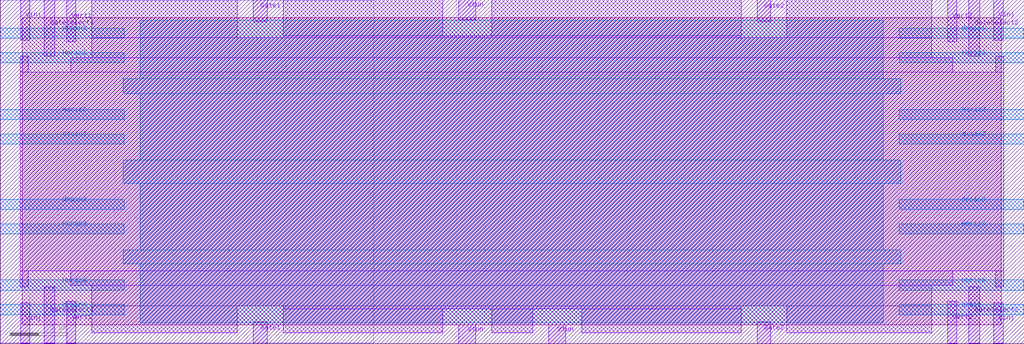
<source format=lef>
VERSION 5.7 ;
  NOWIREEXTENSIONATPIN ON ;
  DIVIDERCHAR "/" ;
  BUSBITCHARS "[]" ;
UNITS
  DATABASE MICRONS 200 ;
END UNITS

LAYER via2
  TYPE CUT ;
END via2

LAYER via
  TYPE CUT ;
END via

LAYER nwell
  TYPE MASTERSLICE ;
END nwell

LAYER via3
  TYPE CUT ;
END via3

LAYER pwell
  TYPE MASTERSLICE ;
END pwell

LAYER via4
  TYPE CUT ;
END via4

LAYER mcon
  TYPE CUT ;
END mcon

LAYER met6
  TYPE ROUTING ;
  WIDTH 0.030000 ;
  SPACING 0.040000 ;
  DIRECTION HORIZONTAL ;
END met6

LAYER met1
  TYPE ROUTING ;
  WIDTH 0.140000 ;
  SPACING 0.140000 ;
  DIRECTION HORIZONTAL ;
END met1

LAYER met3
  TYPE ROUTING ;
  WIDTH 0.300000 ;
  SPACING 0.300000 ;
  DIRECTION HORIZONTAL ;
END met3

LAYER met2
  TYPE ROUTING ;
  WIDTH 0.140000 ;
  SPACING 0.140000 ;
  DIRECTION HORIZONTAL ;
END met2

LAYER met4
  TYPE ROUTING ;
  WIDTH 0.300000 ;
  SPACING 0.300000 ;
  DIRECTION HORIZONTAL ;
END met4

LAYER met5
  TYPE ROUTING ;
  WIDTH 1.600000 ;
  SPACING 1.600000 ;
  DIRECTION HORIZONTAL ;
END met5

LAYER li1
  TYPE ROUTING ;
  WIDTH 0.170000 ;
  SPACING 0.170000 ;
  DIRECTION HORIZONTAL ;
END li1

MACRO sky130_hilas_swc4x2cellOverlap
  CLASS BLOCK ;
  FOREIGN sky130_hilas_swc4x2cellOverlap ;
  ORIGIN 10.010 -7.280 ;
  SIZE 17.980 BY 6.050 ;
  PIN Vert1
    USE ANALOG ;
    PORT
      LAYER met1 ;
        RECT -8.840 12.590 -8.680 13.330 ;
    END
    PORT
      LAYER met1 ;
        RECT -8.840 7.290 -8.680 8.030 ;
    END
  END Vert1
  PIN Horiz1
    USE ANALOG ;
    PORT
      LAYER met2 ;
        RECT -10.010 12.220 -7.830 12.400 ;
    END
    PORT
      LAYER met2 ;
        RECT 5.780 12.220 7.970 12.400 ;
    END
  END Horiz1
  PIN drain1
    USE ANALOG ;
    PORT
      LAYER met2 ;
        RECT -10.010 12.650 -7.830 12.830 ;
    END
    PORT
      LAYER met2 ;
        RECT 5.780 12.650 7.960 12.830 ;
    END
  END drain1
  PIN Horiz2
    USE ANALOG ;
    PORT
      LAYER met2 ;
        RECT -10.010 11.220 -7.830 11.400 ;
    END
    PORT
      LAYER met2 ;
        RECT 5.780 11.220 7.970 11.400 ;
    END
  END Horiz2
  PIN drain2
    USE ANALOG ;
    PORT
      LAYER met2 ;
        RECT -10.010 10.790 -7.830 10.970 ;
    END
    PORT
      LAYER met2 ;
        RECT 5.780 10.790 7.970 10.970 ;
    END
  END drain2
  PIN drain3
    USE ANALOG ;
    PORT
      LAYER met2 ;
        RECT -10.010 9.640 -7.830 9.820 ;
    END
    PORT
      LAYER met2 ;
        RECT 5.780 9.640 7.960 9.820 ;
    END
  END drain3
  PIN Horiz3
    USE ANALOG ;
    PORT
      LAYER met2 ;
        RECT -10.010 9.210 -7.830 9.390 ;
    END
    PORT
      LAYER met2 ;
        RECT 5.780 9.210 7.960 9.390 ;
    END
  END Horiz3
  PIN Horiz4
    USE ANALOG ;
    PORT
      LAYER met2 ;
        RECT -10.010 8.220 -7.830 8.400 ;
    END
    PORT
      LAYER met2 ;
        RECT 5.780 8.220 7.960 8.400 ;
    END
  END Horiz4
  PIN drain4
    USE ANALOG ;
    PORT
      LAYER met2 ;
        RECT -10.010 7.790 -7.830 7.970 ;
    END
  END drain4
  PIN Vinj
    PORT
      LAYER met1 ;
        RECT -9.650 12.620 -9.490 13.330 ;
    END
    PORT
      LAYER met1 ;
        RECT -9.650 7.290 -9.490 8.000 ;
    END
    PORT
      LAYER met1 ;
        RECT 7.440 7.290 7.600 8.000 ;
    END
    PORT
      LAYER met1 ;
        RECT 7.440 12.620 7.600 13.330 ;
    END
  END Vinj
  PIN GateSelect1
    USE ANALOG ;
    PORT
      LAYER met1 ;
        RECT -9.240 12.340 -9.050 13.330 ;
    END
    PORT
      LAYER met1 ;
        RECT -9.240 7.290 -9.050 8.280 ;
    END
  END GateSelect1
  PIN Vert2
    USE ANALOG ;
    PORT
      LAYER met1 ;
        RECT 6.630 12.590 6.790 13.330 ;
    END
    PORT
      LAYER met1 ;
        RECT 6.630 7.290 6.790 8.030 ;
    END
  END Vert2
  PIN GateSelect2
    USE ANALOG ;
    PORT
      LAYER met1 ;
        RECT 7.000 12.340 7.190 13.330 ;
    END
    PORT
      LAYER met1 ;
        RECT 7.000 7.290 7.190 8.280 ;
    END
  END GateSelect2
  PIN drain
    USE ANALOG ;
    PORT
      LAYER met2 ;
        RECT 5.780 7.790 7.960 7.970 ;
    END
  END drain
  PIN Gate2
    USE ANALOG ;
    PORT
      LAYER met1 ;
        RECT 3.280 12.940 3.520 13.330 ;
    END
    PORT
      LAYER met1 ;
        RECT 3.280 7.280 3.520 7.670 ;
    END
  END Gate2
  PIN Gate1
    USE ANALOG ;
    PORT
      LAYER met1 ;
        RECT -5.570 12.940 -5.320 13.330 ;
    END
    PORT
      LAYER met1 ;
        RECT -5.570 7.280 -5.320 7.670 ;
    END
  END Gate1
  PIN Vtun
    USE ANALOG ;
    PORT
      LAYER met1 ;
        RECT -1.960 12.980 -1.660 13.330 ;
    END
    PORT
      LAYER met1 ;
        RECT -1.960 7.280 -1.660 7.610 ;
    END
    PORT
      LAYER met1 ;
        RECT -0.380 7.280 -0.080 7.610 ;
    END
  END Vtun
  OBS
      LAYER nwell ;
        RECT -10.010 7.300 -3.450 13.320 ;
      LAYER li1 ;
        RECT -9.620 7.610 7.570 13.010 ;
      LAYER met1 ;
        RECT -8.400 12.660 -5.850 13.330 ;
        RECT -5.040 12.700 -2.240 13.330 ;
        RECT -1.380 12.700 3.000 13.330 ;
        RECT -5.040 12.660 3.000 12.700 ;
        RECT 3.800 12.660 6.350 13.330 ;
        RECT -9.660 12.060 -9.520 12.340 ;
        RECT -8.400 12.310 6.350 12.660 ;
        RECT -8.770 12.060 6.720 12.310 ;
        RECT 7.470 12.060 7.610 12.340 ;
        RECT -9.660 8.560 7.610 12.060 ;
        RECT -9.660 8.280 -9.520 8.560 ;
        RECT -8.770 8.310 6.720 8.560 ;
        RECT -8.400 7.950 6.350 8.310 ;
        RECT 7.470 8.280 7.610 8.560 ;
        RECT -8.400 7.470 -5.850 7.950 ;
        RECT -5.040 7.890 3.000 7.950 ;
        RECT -5.040 7.470 -2.240 7.890 ;
        RECT -1.380 7.470 -0.660 7.890 ;
        RECT 0.200 7.470 3.000 7.890 ;
        RECT 3.800 7.470 6.350 7.950 ;
      LAYER met2 ;
        RECT -7.550 11.940 5.500 12.970 ;
        RECT -7.850 11.680 5.800 11.940 ;
        RECT -7.550 10.510 5.500 11.680 ;
        RECT -7.850 10.100 5.800 10.510 ;
        RECT -7.550 8.930 5.500 10.100 ;
        RECT -7.850 8.680 5.800 8.930 ;
        RECT -7.550 7.650 5.500 8.680 ;
  END
END sky130_hilas_swc4x2cellOverlap
END LIBRARY


</source>
